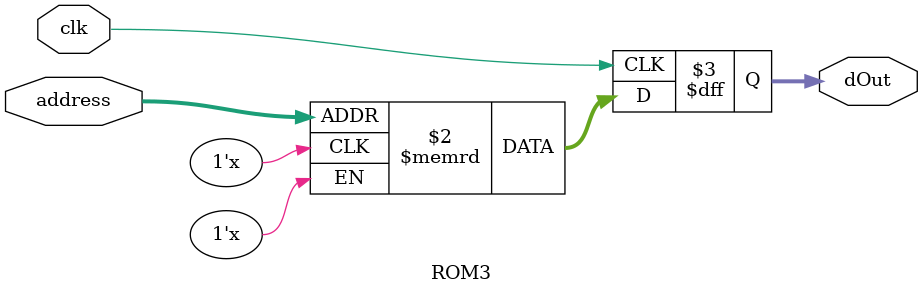
<source format=v>
`timescale 1ns/1ns

module ROM3(clk, address, dOut);
  input clk;
  input [7:0] address;
  output reg [7:0] dOut;
 (* ram_init_file = "sine.mif" *) reg [7:0] rom [255:0];
  always @(posedge clk) begin
    dOut = rom[address];
  end
endmodule

</source>
